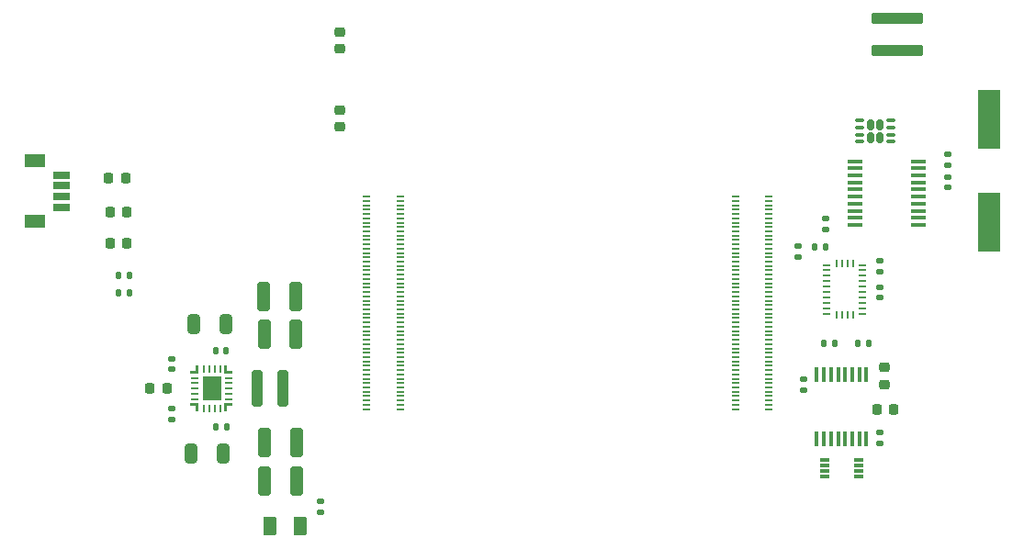
<source format=gtp>
G04 #@! TF.GenerationSoftware,KiCad,Pcbnew,8.0.8*
G04 #@! TF.CreationDate,2025-07-30T13:33:19+02:00*
G04 #@! TF.ProjectId,overlord,6f766572-6c6f-4726-942e-6b696361645f,rev?*
G04 #@! TF.SameCoordinates,Original*
G04 #@! TF.FileFunction,Paste,Top*
G04 #@! TF.FilePolarity,Positive*
%FSLAX46Y46*%
G04 Gerber Fmt 4.6, Leading zero omitted, Abs format (unit mm)*
G04 Created by KiCad (PCBNEW 8.0.8) date 2025-07-30 13:33:19*
%MOMM*%
%LPD*%
G01*
G04 APERTURE LIST*
G04 Aperture macros list*
%AMRoundRect*
0 Rectangle with rounded corners*
0 $1 Rounding radius*
0 $2 $3 $4 $5 $6 $7 $8 $9 X,Y pos of 4 corners*
0 Add a 4 corners polygon primitive as box body*
4,1,4,$2,$3,$4,$5,$6,$7,$8,$9,$2,$3,0*
0 Add four circle primitives for the rounded corners*
1,1,$1+$1,$2,$3*
1,1,$1+$1,$4,$5*
1,1,$1+$1,$6,$7*
1,1,$1+$1,$8,$9*
0 Add four rect primitives between the rounded corners*
20,1,$1+$1,$2,$3,$4,$5,0*
20,1,$1+$1,$4,$5,$6,$7,0*
20,1,$1+$1,$6,$7,$8,$9,0*
20,1,$1+$1,$8,$9,$2,$3,0*%
%AMFreePoly0*
4,1,9,0.127000,-0.126998,0.635000,-0.126998,0.635000,-0.380998,0.127000,-0.380999,0.127000,-0.381000,-0.127000,-0.381000,-0.127000,0.381000,0.127000,0.381000,0.127000,-0.126998,0.127000,-0.126998,$1*%
%AMFreePoly1*
4,1,9,0.127000,-0.381000,-0.127000,-0.381000,-0.127000,-0.380999,-0.635000,-0.380998,-0.635000,-0.126998,-0.127000,-0.126998,-0.127000,0.381000,0.127000,0.381000,0.127000,-0.381000,0.127000,-0.381000,$1*%
%AMFreePoly2*
4,1,9,0.127000,-0.381000,-0.127000,-0.381000,-0.127000,0.126998,-0.635000,0.126998,-0.635000,0.380998,-0.127000,0.380999,-0.127000,0.381000,0.127000,0.381000,0.127000,-0.381000,0.127000,-0.381000,$1*%
%AMFreePoly3*
4,1,9,0.127000,0.380999,0.635000,0.380998,0.635000,0.126998,0.127000,0.126998,0.127000,-0.381000,-0.127000,-0.381000,-0.127000,0.381000,0.127000,0.381000,0.127000,0.380999,0.127000,0.380999,$1*%
G04 Aperture macros list end*
%ADD10R,0.700000X0.200000*%
%ADD11RoundRect,0.135000X-0.135000X-0.185000X0.135000X-0.185000X0.135000X0.185000X-0.135000X0.185000X0*%
%ADD12R,1.475000X0.450000*%
%ADD13RoundRect,0.250000X0.325000X1.100000X-0.325000X1.100000X-0.325000X-1.100000X0.325000X-1.100000X0*%
%ADD14RoundRect,0.135000X-0.185000X0.135000X-0.185000X-0.135000X0.185000X-0.135000X0.185000X0.135000X0*%
%ADD15RoundRect,0.225000X0.225000X0.250000X-0.225000X0.250000X-0.225000X-0.250000X0.225000X-0.250000X0*%
%ADD16RoundRect,0.225000X-0.225000X-0.250000X0.225000X-0.250000X0.225000X0.250000X-0.225000X0.250000X0*%
%ADD17RoundRect,0.140000X-0.170000X0.140000X-0.170000X-0.140000X0.170000X-0.140000X0.170000X0.140000X0*%
%ADD18R,2.000000X5.500000*%
%ADD19R,0.675000X0.254000*%
%ADD20R,0.254000X0.675000*%
%ADD21RoundRect,0.160000X0.160000X0.325000X-0.160000X0.325000X-0.160000X-0.325000X0.160000X-0.325000X0*%
%ADD22RoundRect,0.075000X0.350000X0.075000X-0.350000X0.075000X-0.350000X-0.075000X0.350000X-0.075000X0*%
%ADD23RoundRect,0.140000X0.140000X0.170000X-0.140000X0.170000X-0.140000X-0.170000X0.140000X-0.170000X0*%
%ADD24RoundRect,0.245000X-0.245000X-1.455000X0.245000X-1.455000X0.245000X1.455000X-0.245000X1.455000X0*%
%ADD25RoundRect,0.135000X0.185000X-0.135000X0.185000X0.135000X-0.185000X0.135000X-0.185000X-0.135000X0*%
%ADD26RoundRect,0.225000X0.250000X-0.225000X0.250000X0.225000X-0.250000X0.225000X-0.250000X-0.225000X0*%
%ADD27RoundRect,0.140000X-0.140000X-0.170000X0.140000X-0.170000X0.140000X0.170000X-0.140000X0.170000X0*%
%ADD28RoundRect,0.250000X-2.125000X0.275000X-2.125000X-0.275000X2.125000X-0.275000X2.125000X0.275000X0*%
%ADD29RoundRect,0.250000X-0.325000X-0.650000X0.325000X-0.650000X0.325000X0.650000X-0.325000X0.650000X0*%
%ADD30RoundRect,0.140000X0.170000X-0.140000X0.170000X0.140000X-0.170000X0.140000X-0.170000X-0.140000X0*%
%ADD31RoundRect,0.250000X-0.375000X-0.625000X0.375000X-0.625000X0.375000X0.625000X-0.375000X0.625000X0*%
%ADD32RoundRect,0.225000X-0.250000X0.225000X-0.250000X-0.225000X0.250000X-0.225000X0.250000X0.225000X0*%
%ADD33R,0.450000X1.475000*%
%ADD34R,0.850000X0.300000*%
%ADD35R,1.549400X0.660400*%
%ADD36R,1.905000X1.295400*%
%ADD37FreePoly0,90.000000*%
%ADD38R,0.762000X0.254000*%
%ADD39FreePoly1,90.000000*%
%ADD40R,0.254000X0.762000*%
%ADD41FreePoly2,90.000000*%
%ADD42FreePoly3,90.000000*%
%ADD43R,1.701800X2.209800*%
G04 APERTURE END LIST*
D10*
X104600000Y-74200000D03*
X107680000Y-74200000D03*
X104600000Y-74600000D03*
X107680000Y-74600000D03*
X104600000Y-75000000D03*
X107680000Y-75000000D03*
X104600000Y-75400000D03*
X107680000Y-75400000D03*
X104600000Y-75800000D03*
X107680000Y-75800000D03*
X104600000Y-76200000D03*
X107680000Y-76200000D03*
X104600000Y-76600000D03*
X107680000Y-76600000D03*
X104600000Y-77000000D03*
X107680000Y-77000000D03*
X104600000Y-77400000D03*
X107680000Y-77400000D03*
X104600000Y-77800000D03*
X107680000Y-77800000D03*
X104600000Y-78200000D03*
X107680000Y-78200000D03*
X104600000Y-78600000D03*
X107680000Y-78600000D03*
X104600000Y-79000000D03*
X107680000Y-79000000D03*
X104600000Y-79400000D03*
X107680000Y-79400000D03*
X104600000Y-79800000D03*
X107680000Y-79800000D03*
X104600000Y-80200000D03*
X107680000Y-80200000D03*
X104600000Y-80600000D03*
X107680000Y-80600000D03*
X104600000Y-81000000D03*
X107680000Y-81000000D03*
X104600000Y-81400000D03*
X107680000Y-81400000D03*
X104600000Y-81800000D03*
X107680000Y-81800000D03*
X104600000Y-82200000D03*
X107680000Y-82200000D03*
X104600000Y-82600000D03*
X107680000Y-82600000D03*
X104600000Y-83000000D03*
X107680000Y-83000000D03*
X104600000Y-83400000D03*
X107680000Y-83400000D03*
X104600000Y-83800000D03*
X107680000Y-83800000D03*
X104600000Y-84200000D03*
X107680000Y-84200000D03*
X104600000Y-84600000D03*
X107680000Y-84600000D03*
X104600000Y-85000000D03*
X107680000Y-85000000D03*
X104600000Y-85400000D03*
X107680000Y-85400000D03*
X104600000Y-85800000D03*
X107680000Y-85800000D03*
X104600000Y-86200000D03*
X107680000Y-86200000D03*
X104600000Y-86600000D03*
X107680000Y-86600000D03*
X104600000Y-87000000D03*
X107680000Y-87000000D03*
X104600000Y-87400000D03*
X107680000Y-87400000D03*
X104600000Y-87800000D03*
X107680000Y-87800000D03*
X104600000Y-88200000D03*
X107680000Y-88200000D03*
X104600000Y-88600000D03*
X107680000Y-88600000D03*
X104600000Y-89000000D03*
X107680000Y-89000000D03*
X104600000Y-89400000D03*
X107680000Y-89400000D03*
X104600000Y-89800000D03*
X107680000Y-89800000D03*
X104600000Y-90200000D03*
X107680000Y-90200000D03*
X104600000Y-90600000D03*
X107680000Y-90600000D03*
X104600000Y-91000000D03*
X107680000Y-91000000D03*
X104600000Y-91400000D03*
X107680000Y-91400000D03*
X104600000Y-91800000D03*
X107680000Y-91800000D03*
X104600000Y-92200000D03*
X107680000Y-92200000D03*
X104600000Y-92600000D03*
X107680000Y-92600000D03*
X104600000Y-93000000D03*
X107680000Y-93000000D03*
X104600000Y-93400000D03*
X107680000Y-93400000D03*
X104600000Y-93800000D03*
X107680000Y-93800000D03*
X138600000Y-74200000D03*
X141680000Y-74200000D03*
X138600000Y-74600000D03*
X141680000Y-74600000D03*
X138600000Y-75000000D03*
X141680000Y-75000000D03*
X138600000Y-75400000D03*
X141680000Y-75400000D03*
X138600000Y-75800000D03*
X141680000Y-75800000D03*
X138600000Y-76200000D03*
X141680000Y-76200000D03*
X138600000Y-76600000D03*
X141680000Y-76600000D03*
X138600000Y-77000000D03*
X141680000Y-77000000D03*
X138600000Y-77400000D03*
X141680000Y-77400000D03*
X138600000Y-77800000D03*
X141680000Y-77800000D03*
X138600000Y-78200000D03*
X141680000Y-78200000D03*
X138600000Y-78600000D03*
X141680000Y-78600000D03*
X138600000Y-79000000D03*
X141680000Y-79000000D03*
X138600000Y-79400000D03*
X141680000Y-79400000D03*
X138600000Y-79800000D03*
X141680000Y-79800000D03*
X138600000Y-80200000D03*
X141680000Y-80200000D03*
X138600000Y-80600000D03*
X141680000Y-80600000D03*
X138600000Y-81000000D03*
X141680000Y-81000000D03*
X138600000Y-81400000D03*
X141680000Y-81400000D03*
X138600000Y-81800000D03*
X141680000Y-81800000D03*
X138600000Y-82200000D03*
X141680000Y-82200000D03*
X138600000Y-82600000D03*
X141680000Y-82600000D03*
X138600000Y-83000000D03*
X141680000Y-83000000D03*
X138600000Y-83400000D03*
X141680000Y-83400000D03*
X138600000Y-83800000D03*
X141680000Y-83800000D03*
X138600000Y-84200000D03*
X141680000Y-84200000D03*
X138600000Y-84600000D03*
X141680000Y-84600000D03*
X138600000Y-85000000D03*
X141680000Y-85000000D03*
X138600000Y-85400000D03*
X141680000Y-85400000D03*
X138600000Y-85800000D03*
X141680000Y-85800000D03*
X138600000Y-86200000D03*
X141680000Y-86200000D03*
X138600000Y-86600000D03*
X141680000Y-86600000D03*
X138600000Y-87000000D03*
X141680000Y-87000000D03*
X138600000Y-87400000D03*
X141680000Y-87400000D03*
X138600000Y-87800000D03*
X141680000Y-87800000D03*
X138600000Y-88200000D03*
X141680000Y-88200000D03*
X138600000Y-88600000D03*
X141680000Y-88600000D03*
X138600000Y-89000000D03*
X141680000Y-89000000D03*
X138600000Y-89400000D03*
X141680000Y-89400000D03*
X138600000Y-89800000D03*
X141680000Y-89800000D03*
X138600000Y-90200000D03*
X141680000Y-90200000D03*
X138600000Y-90600000D03*
X141680000Y-90600000D03*
X138600000Y-91000000D03*
X141680000Y-91000000D03*
X138600000Y-91400000D03*
X141680000Y-91400000D03*
X138600000Y-91800000D03*
X141680000Y-91800000D03*
X138600000Y-92200000D03*
X141680000Y-92200000D03*
X138600000Y-92600000D03*
X141680000Y-92600000D03*
X138600000Y-93000000D03*
X141680000Y-93000000D03*
X138600000Y-93400000D03*
X141680000Y-93400000D03*
X138600000Y-93800000D03*
X141680000Y-93800000D03*
D11*
X81680000Y-81500000D03*
X82700000Y-81500000D03*
D12*
X155491500Y-76800000D03*
X155491500Y-76150000D03*
X155491500Y-75500000D03*
X155491500Y-74850000D03*
X155491500Y-74200000D03*
X155491500Y-73550000D03*
X155491500Y-72900000D03*
X155491500Y-72250000D03*
X155491500Y-71600000D03*
X155491500Y-70950000D03*
X149615500Y-70950000D03*
X149615500Y-71600000D03*
X149615500Y-72250000D03*
X149615500Y-72900000D03*
X149615500Y-73550000D03*
X149615500Y-74200000D03*
X149615500Y-74850000D03*
X149615500Y-75500000D03*
X149615500Y-76150000D03*
X149615500Y-76800000D03*
D11*
X145935000Y-78800000D03*
X146955000Y-78800000D03*
D13*
X98123000Y-100415000D03*
X95173000Y-100415000D03*
D14*
X151916586Y-95951786D03*
X151916586Y-96971786D03*
D15*
X82475000Y-75600000D03*
X80925000Y-75600000D03*
D16*
X151624186Y-93820186D03*
X153174186Y-93820186D03*
D14*
X151900000Y-80080000D03*
X151900000Y-81100000D03*
D17*
X158200000Y-70320000D03*
X158200000Y-71280000D03*
D11*
X81690000Y-83100000D03*
X82710000Y-83100000D03*
D18*
X162012500Y-67050000D03*
X162012500Y-76550000D03*
D19*
X147005000Y-85000000D03*
D20*
X147917500Y-85137500D03*
X148417500Y-85137500D03*
X148917500Y-85137500D03*
X149417500Y-85137500D03*
D19*
X150330000Y-85000000D03*
X150330000Y-84500000D03*
X150330000Y-84000000D03*
X150330000Y-83500000D03*
X150330000Y-83000000D03*
X150330000Y-82500000D03*
X150330000Y-82000000D03*
X150330000Y-81500000D03*
X150330000Y-81000000D03*
X150330000Y-80500000D03*
D20*
X149417500Y-80362500D03*
X148917500Y-80362500D03*
X148417500Y-80362500D03*
X147917500Y-80362500D03*
D19*
X147005000Y-80500000D03*
X147005000Y-81000000D03*
X147005000Y-81500000D03*
X147005000Y-82000000D03*
X147005000Y-82500000D03*
X147005000Y-83000000D03*
X147005000Y-83500000D03*
X147005000Y-84000000D03*
X147005000Y-84500000D03*
D15*
X86173000Y-91915000D03*
X84623000Y-91915000D03*
D21*
X151903500Y-68750000D03*
X151903500Y-67550000D03*
X151103500Y-68750000D03*
X151103500Y-67550000D03*
D22*
X152953500Y-69125000D03*
X152953500Y-68475000D03*
X152953500Y-67825000D03*
X152953500Y-67175000D03*
X150053500Y-67175000D03*
X150053500Y-67825000D03*
X150053500Y-68475000D03*
X150053500Y-69125000D03*
D17*
X86673000Y-89135000D03*
X86673000Y-90095000D03*
D15*
X82475000Y-78500000D03*
X80925000Y-78500000D03*
D23*
X147725000Y-87700000D03*
X146765000Y-87700000D03*
D24*
X94488000Y-91915000D03*
X96858000Y-91915000D03*
D25*
X146900000Y-77210000D03*
X146900000Y-76190000D03*
D26*
X102100000Y-60575000D03*
X102100000Y-59025000D03*
D27*
X90713000Y-95415000D03*
X91673000Y-95415000D03*
D28*
X153500000Y-57750000D03*
X153500000Y-60700000D03*
D29*
X88688000Y-85915000D03*
X91638000Y-85915000D03*
D26*
X152322986Y-91521786D03*
X152322986Y-89971786D03*
D30*
X151910000Y-83530000D03*
X151910000Y-82570000D03*
D31*
X95673000Y-104615000D03*
X98473000Y-104615000D03*
D14*
X144400000Y-78790000D03*
X144400000Y-79810000D03*
D13*
X98073000Y-83415000D03*
X95123000Y-83415000D03*
D32*
X102100000Y-66225000D03*
X102100000Y-67775000D03*
D15*
X82375000Y-72500000D03*
X80825000Y-72500000D03*
D33*
X150658386Y-90645586D03*
X150008386Y-90645586D03*
X149358386Y-90645586D03*
X148708386Y-90645586D03*
X148058386Y-90645586D03*
X147408386Y-90645586D03*
X146758386Y-90645586D03*
X146108386Y-90645586D03*
X146108386Y-96521586D03*
X146758386Y-96521586D03*
X147408386Y-96521586D03*
X148058386Y-96521586D03*
X148708386Y-96521586D03*
X149358386Y-96521586D03*
X150008386Y-96521586D03*
X150658386Y-96521586D03*
D34*
X149983386Y-100016586D03*
X149983386Y-99516586D03*
X149983386Y-99016586D03*
X149983386Y-98516586D03*
X146833386Y-98516586D03*
X146833386Y-99016586D03*
X146833386Y-99516586D03*
X146833386Y-100016586D03*
D25*
X86673000Y-94725000D03*
X86673000Y-93705000D03*
X144880786Y-92069586D03*
X144880786Y-91049586D03*
D30*
X158212500Y-73380000D03*
X158212500Y-72420000D03*
D25*
X100373000Y-103325000D03*
X100373000Y-102305000D03*
D13*
X98098000Y-86915000D03*
X95148000Y-86915000D03*
D35*
X76472201Y-75200000D03*
X76472201Y-74199999D03*
X76472201Y-73200001D03*
X76472201Y-72200000D03*
D36*
X74002201Y-76499999D03*
X74002201Y-70900001D03*
D29*
X88443000Y-97870000D03*
X91393000Y-97870000D03*
D37*
X88772999Y-90414496D03*
D38*
X88772999Y-90914622D03*
X88772999Y-91414748D03*
X88772999Y-91914874D03*
X88772999Y-92415000D03*
X88772999Y-92915126D03*
D39*
X88772999Y-93415252D03*
D40*
X89597811Y-93739874D03*
X90097937Y-93739874D03*
X90598063Y-93739874D03*
X91098189Y-93739874D03*
D41*
X91923001Y-93415252D03*
D38*
X91923001Y-92915126D03*
X91923001Y-92415000D03*
X91923001Y-91914874D03*
X91923001Y-91414748D03*
X91923001Y-90914622D03*
D42*
X91923001Y-90414496D03*
D40*
X91098189Y-90089874D03*
X90598063Y-90089874D03*
X90097937Y-90089874D03*
X89597811Y-90089874D03*
D43*
X90348000Y-91914874D03*
D11*
X149880000Y-87700000D03*
X150900000Y-87700000D03*
D13*
X98123000Y-96915000D03*
X95173000Y-96915000D03*
D27*
X90673000Y-88415000D03*
X91633000Y-88415000D03*
M02*

</source>
